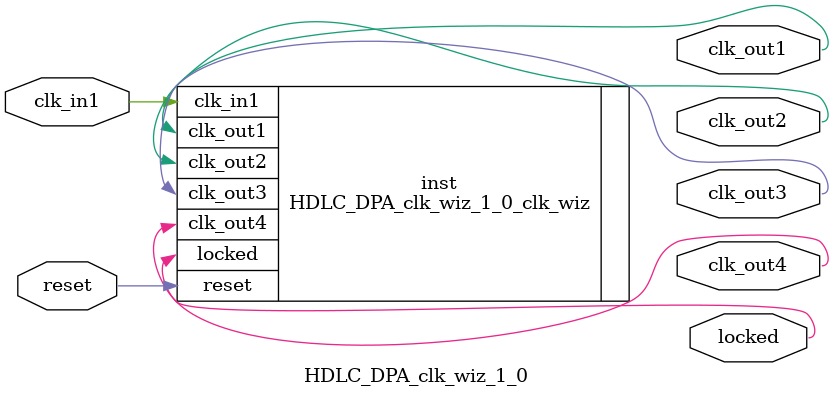
<source format=v>


`timescale 1ps/1ps

(* CORE_GENERATION_INFO = "HDLC_DPA_clk_wiz_1_0,clk_wiz_v5_4_3_0,{component_name=HDLC_DPA_clk_wiz_1_0,use_phase_alignment=true,use_min_o_jitter=false,use_max_i_jitter=false,use_dyn_phase_shift=false,use_inclk_switchover=false,use_dyn_reconfig=false,enable_axi=0,feedback_source=FDBK_AUTO,PRIMITIVE=MMCM,num_out_clk=4,clkin1_period=8.333,clkin2_period=10.000,use_power_down=false,use_reset=true,use_locked=true,use_inclk_stopped=false,feedback_type=SINGLE,CLOCK_MGR_TYPE=NA,manual_override=false}" *)

module HDLC_DPA_clk_wiz_1_0 
 (
  // Clock out ports
  output        clk_out1,
  output        clk_out2,
  output        clk_out3,
  output        clk_out4,
  // Status and control signals
  input         reset,
  output        locked,
 // Clock in ports
  input         clk_in1
 );

  HDLC_DPA_clk_wiz_1_0_clk_wiz inst
  (
  // Clock out ports  
  .clk_out1(clk_out1),
  .clk_out2(clk_out2),
  .clk_out3(clk_out3),
  .clk_out4(clk_out4),
  // Status and control signals               
  .reset(reset), 
  .locked(locked),
 // Clock in ports
  .clk_in1(clk_in1)
  );

endmodule

</source>
